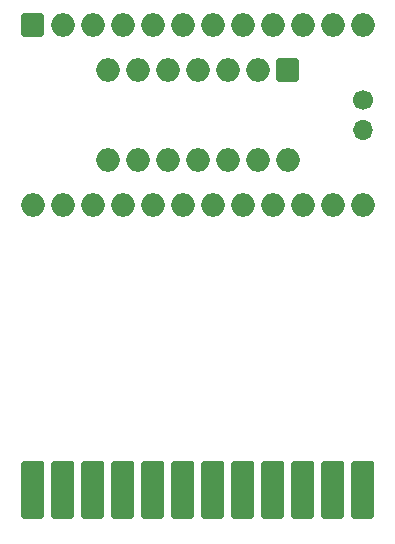
<source format=gbr>
%TF.GenerationSoftware,KiCad,Pcbnew,5.1.9+dfsg1-1+deb11u1*%
%TF.CreationDate,2022-09-21T22:02:56+02:00*%
%TF.ProjectId,outline+2600cart,6f75746c-696e-4652-9b32-363030636172,rev?*%
%TF.SameCoordinates,Original*%
%TF.FileFunction,Soldermask,Bot*%
%TF.FilePolarity,Negative*%
%FSLAX46Y46*%
G04 Gerber Fmt 4.6, Leading zero omitted, Abs format (unit mm)*
G04 Created by KiCad (PCBNEW 5.1.9+dfsg1-1+deb11u1) date 2022-09-21 22:02:56*
%MOMM*%
%LPD*%
G01*
G04 APERTURE LIST*
%ADD10O,2.000000X2.000000*%
%ADD11O,1.700000X1.700000*%
%ADD12C,1.700000*%
G04 APERTURE END LIST*
%TO.C,U3*%
G36*
G01*
X94704000Y-49800000D02*
X96304000Y-49800000D01*
G75*
G02*
X96504000Y-50000000I0J-200000D01*
G01*
X96504000Y-51600000D01*
G75*
G02*
X96304000Y-51800000I-200000J0D01*
G01*
X94704000Y-51800000D01*
G75*
G02*
X94504000Y-51600000I0J200000D01*
G01*
X94504000Y-50000000D01*
G75*
G02*
X94704000Y-49800000I200000J0D01*
G01*
G37*
D10*
X98044000Y-50800000D03*
X100584000Y-50800000D03*
X103124000Y-50800000D03*
X105664000Y-50800000D03*
X108204000Y-50800000D03*
X110744000Y-50800000D03*
X113284000Y-50800000D03*
X115824000Y-50800000D03*
X118364000Y-50800000D03*
X120904000Y-50800000D03*
X123444000Y-50800000D03*
X123444000Y-66040000D03*
X120904000Y-66040000D03*
X118364000Y-66040000D03*
X115824000Y-66040000D03*
X113284000Y-66040000D03*
X110744000Y-66040000D03*
X108204000Y-66040000D03*
X105664000Y-66040000D03*
X103124000Y-66040000D03*
X100584000Y-66040000D03*
X98044000Y-66040000D03*
X95504000Y-66040000D03*
%TD*%
D11*
%TO.C,C1*%
X123444000Y-59690000D03*
D12*
X123444000Y-57190000D03*
%TD*%
%TO.C,U2*%
G36*
G01*
X116294000Y-53610000D02*
X117894000Y-53610000D01*
G75*
G02*
X118094000Y-53810000I0J-200000D01*
G01*
X118094000Y-55410000D01*
G75*
G02*
X117894000Y-55610000I-200000J0D01*
G01*
X116294000Y-55610000D01*
G75*
G02*
X116094000Y-55410000I0J200000D01*
G01*
X116094000Y-53810000D01*
G75*
G02*
X116294000Y-53610000I200000J0D01*
G01*
G37*
D10*
X114554000Y-54610000D03*
X112014000Y-54610000D03*
X109474000Y-54610000D03*
X106934000Y-54610000D03*
X104394000Y-54610000D03*
X101854000Y-54610000D03*
X101854000Y-62230000D03*
X104394000Y-62230000D03*
X106934000Y-62230000D03*
X109474000Y-62230000D03*
X112014000Y-62230000D03*
X114554000Y-62230000D03*
X117094000Y-62230000D03*
%TD*%
%TO.C,U1*%
G36*
G01*
X94542000Y-92456000D02*
X94542000Y-87884000D01*
G75*
G02*
X94742000Y-87684000I200000J0D01*
G01*
X96266000Y-87684000D01*
G75*
G02*
X96466000Y-87884000I0J-200000D01*
G01*
X96466000Y-92456000D01*
G75*
G02*
X96266000Y-92656000I-200000J0D01*
G01*
X94742000Y-92656000D01*
G75*
G02*
X94542000Y-92456000I0J200000D01*
G01*
G37*
G36*
G01*
X97082000Y-92456000D02*
X97082000Y-87884000D01*
G75*
G02*
X97282000Y-87684000I200000J0D01*
G01*
X98806000Y-87684000D01*
G75*
G02*
X99006000Y-87884000I0J-200000D01*
G01*
X99006000Y-92456000D01*
G75*
G02*
X98806000Y-92656000I-200000J0D01*
G01*
X97282000Y-92656000D01*
G75*
G02*
X97082000Y-92456000I0J200000D01*
G01*
G37*
G36*
G01*
X99622000Y-92456000D02*
X99622000Y-87884000D01*
G75*
G02*
X99822000Y-87684000I200000J0D01*
G01*
X101346000Y-87684000D01*
G75*
G02*
X101546000Y-87884000I0J-200000D01*
G01*
X101546000Y-92456000D01*
G75*
G02*
X101346000Y-92656000I-200000J0D01*
G01*
X99822000Y-92656000D01*
G75*
G02*
X99622000Y-92456000I0J200000D01*
G01*
G37*
G36*
G01*
X102162000Y-92456000D02*
X102162000Y-87884000D01*
G75*
G02*
X102362000Y-87684000I200000J0D01*
G01*
X103886000Y-87684000D01*
G75*
G02*
X104086000Y-87884000I0J-200000D01*
G01*
X104086000Y-92456000D01*
G75*
G02*
X103886000Y-92656000I-200000J0D01*
G01*
X102362000Y-92656000D01*
G75*
G02*
X102162000Y-92456000I0J200000D01*
G01*
G37*
G36*
G01*
X104702000Y-92456000D02*
X104702000Y-87884000D01*
G75*
G02*
X104902000Y-87684000I200000J0D01*
G01*
X106426000Y-87684000D01*
G75*
G02*
X106626000Y-87884000I0J-200000D01*
G01*
X106626000Y-92456000D01*
G75*
G02*
X106426000Y-92656000I-200000J0D01*
G01*
X104902000Y-92656000D01*
G75*
G02*
X104702000Y-92456000I0J200000D01*
G01*
G37*
G36*
G01*
X107242000Y-92456000D02*
X107242000Y-87884000D01*
G75*
G02*
X107442000Y-87684000I200000J0D01*
G01*
X108966000Y-87684000D01*
G75*
G02*
X109166000Y-87884000I0J-200000D01*
G01*
X109166000Y-92456000D01*
G75*
G02*
X108966000Y-92656000I-200000J0D01*
G01*
X107442000Y-92656000D01*
G75*
G02*
X107242000Y-92456000I0J200000D01*
G01*
G37*
G36*
G01*
X109782000Y-92456000D02*
X109782000Y-87884000D01*
G75*
G02*
X109982000Y-87684000I200000J0D01*
G01*
X111506000Y-87684000D01*
G75*
G02*
X111706000Y-87884000I0J-200000D01*
G01*
X111706000Y-92456000D01*
G75*
G02*
X111506000Y-92656000I-200000J0D01*
G01*
X109982000Y-92656000D01*
G75*
G02*
X109782000Y-92456000I0J200000D01*
G01*
G37*
G36*
G01*
X112322000Y-92456000D02*
X112322000Y-87884000D01*
G75*
G02*
X112522000Y-87684000I200000J0D01*
G01*
X114046000Y-87684000D01*
G75*
G02*
X114246000Y-87884000I0J-200000D01*
G01*
X114246000Y-92456000D01*
G75*
G02*
X114046000Y-92656000I-200000J0D01*
G01*
X112522000Y-92656000D01*
G75*
G02*
X112322000Y-92456000I0J200000D01*
G01*
G37*
G36*
G01*
X114862000Y-92456000D02*
X114862000Y-87884000D01*
G75*
G02*
X115062000Y-87684000I200000J0D01*
G01*
X116586000Y-87684000D01*
G75*
G02*
X116786000Y-87884000I0J-200000D01*
G01*
X116786000Y-92456000D01*
G75*
G02*
X116586000Y-92656000I-200000J0D01*
G01*
X115062000Y-92656000D01*
G75*
G02*
X114862000Y-92456000I0J200000D01*
G01*
G37*
G36*
G01*
X117402000Y-92456000D02*
X117402000Y-87884000D01*
G75*
G02*
X117602000Y-87684000I200000J0D01*
G01*
X119126000Y-87684000D01*
G75*
G02*
X119326000Y-87884000I0J-200000D01*
G01*
X119326000Y-92456000D01*
G75*
G02*
X119126000Y-92656000I-200000J0D01*
G01*
X117602000Y-92656000D01*
G75*
G02*
X117402000Y-92456000I0J200000D01*
G01*
G37*
G36*
G01*
X119942000Y-92456000D02*
X119942000Y-87884000D01*
G75*
G02*
X120142000Y-87684000I200000J0D01*
G01*
X121666000Y-87684000D01*
G75*
G02*
X121866000Y-87884000I0J-200000D01*
G01*
X121866000Y-92456000D01*
G75*
G02*
X121666000Y-92656000I-200000J0D01*
G01*
X120142000Y-92656000D01*
G75*
G02*
X119942000Y-92456000I0J200000D01*
G01*
G37*
G36*
G01*
X122482000Y-92456000D02*
X122482000Y-87884000D01*
G75*
G02*
X122682000Y-87684000I200000J0D01*
G01*
X124206000Y-87684000D01*
G75*
G02*
X124406000Y-87884000I0J-200000D01*
G01*
X124406000Y-92456000D01*
G75*
G02*
X124206000Y-92656000I-200000J0D01*
G01*
X122682000Y-92656000D01*
G75*
G02*
X122482000Y-92456000I0J200000D01*
G01*
G37*
%TD*%
M02*

</source>
